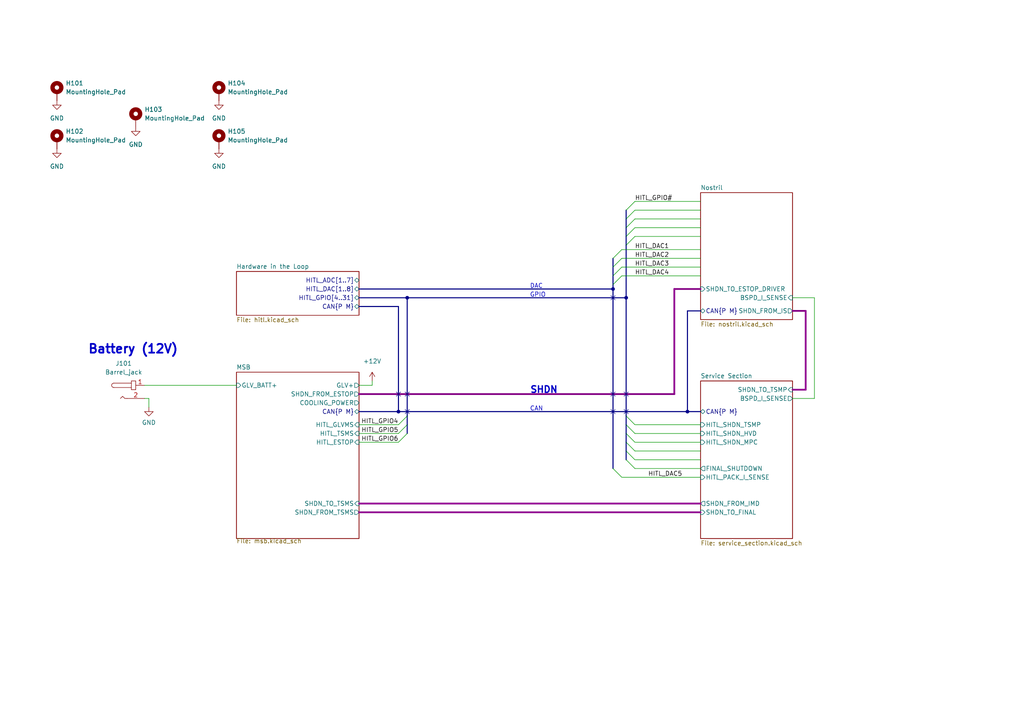
<source format=kicad_sch>
(kicad_sch (version 20211123) (generator eeschema)
  (paper "A4")
  (lib_symbols
    (symbol "Mechanical:MountingHole_Pad" (pin_numbers hide) (pin_names (offset 1.016) hide)
      (property "Reference" "H" (at 0 6.35 0))
      (property "Value" "MountingHole_Pad" (at 0 4.445 0))
      (symbol "MountingHole_Pad_0_1"
        (circle (center 0 1.27) (radius 1.27) (stroke (width 1.27)))
      )
      (symbol "MountingHole_Pad_1_1"
        (pin input line (at 0 -2.54 90) (length 2.54) (name "1") (number "1"))
      )
    )
    (symbol "formula:Barrel_jack" (pin_names (offset 0) hide)
      (property "Reference" "J" (at 0 0 0))
      (property "Value" "Barrel_jack" (at 0 0 0))
      (symbol "Barrel_jack_0_1"
        (arc (start -3.81 -4.445) (mid -4.445 -5.08) (end -3.81 -5.715))
        (polyline (pts (xy 1.27 -5.715) (xy -3.81 -5.715)))
        (polyline (pts (xy 1.27 -4.445) (xy -3.81 -4.445)))
        (polyline (pts (xy 0 -8.89) (xy -0.635 -8.89) (xy -1.27 -8.255) (xy -1.905 -8.89)))
        (rectangle (start 1.27 -3.81) (end 2.54 -6.35))
      )
      (symbol "Barrel_jack_1_1"
        (pin power_out line (at 5.08 -5.08 180) (length 2.54) (name "center") (number "1"))
        (pin power_out line (at 5.08 -8.89 180) (length 5.08) (name "Shell") (number "2"))
      )
    )
    (symbol "power:+12V" (power) (pin_names (offset 0))
      (property "Value" "+12V" (at 0 3.556 0))
      (symbol "+12V_0_1"
        (polyline (pts (xy -0.762 1.27) (xy 0 2.54)))
        (polyline (pts (xy 0 0) (xy 0 2.54)))
        (polyline (pts (xy 0 2.54) (xy 0.762 1.27)))
      )
      (symbol "+12V_1_1"
        (pin power_in line (at 0 0 90) (length 0) hide (name "+12V") (number "1"))
      )
    )
    (symbol "power:GND" (power) (pin_names (offset 0))
      (property "Value" "GND" (at 0 -3.81 0))
      (symbol "GND_0_1"
        (polyline (pts (xy 0 0) (xy 0 -1.27) (xy 1.27 -1.27) (xy 0 -2.54) (xy -1.27 -1.27) (xy 0 -1.27)))
      )
      (symbol "GND_1_1"
        (pin power_in line (at 0 0 270) (length 0) hide (name "GND") (number "1"))
      )
    )
  )
  (junction (at 118.11 86.36))
  (junction (at 115.57 119.38))
  (junction (at 181.61 86.36))
  (junction (at 199.39 119.38))
  (junction (at 177.8 83.82))
  (no_connect (at 181.61 119.38))
  (no_connect (at 115.57 114.3))
  (no_connect (at 181.61 114.3))
  (no_connect (at 177.8 86.36))
  (no_connect (at 118.11 114.3))
  (no_connect (at 177.8 119.38))
  (no_connect (at 118.11 119.38))
  (no_connect (at 177.8 114.3))
  (bus_entry (at 181.61 130.81) (size 2.54 2.54))
  (bus_entry (at 181.61 71.12) (size 2.54 -2.54))
  (bus_entry (at 118.11 120.65) (size -2.54 2.54))
  (bus_entry (at 118.11 125.73) (size -2.54 2.54))
  (bus_entry (at 177.8 77.47) (size 2.54 -2.54))
  (bus_entry (at 181.61 123.19) (size 2.54 2.54))
  (bus_entry (at 184.15 63.5) (size -2.54 2.54))
  (bus_entry (at 181.61 133.35) (size 2.54 2.54))
  (bus_entry (at 177.8 80.01) (size 2.54 -2.54))
  (bus_entry (at 118.11 123.19) (size -2.54 2.54))
  (bus_entry (at 184.15 60.96) (size -2.54 2.54))
  (bus_entry (at 181.61 120.65) (size 2.54 2.54))
  (bus_entry (at 177.8 74.93) (size 2.54 -2.54))
  (bus_entry (at 177.8 135.89) (size 2.54 2.54))
  (bus_entry (at 184.15 58.42) (size -2.54 2.54))
  (bus_entry (at 181.61 68.58) (size 2.54 -2.54))
  (bus_entry (at 177.8 82.55) (size 2.54 -2.54))
  (bus_entry (at 181.61 128.27) (size 2.54 2.54))
  (bus_entry (at 181.61 125.73) (size 2.54 2.54))
  (bus (pts (xy 177.8 82.55) (xy 177.8 83.82)))
  (wire (pts (xy 236.22 115.57) (xy 229.87 115.57)))
  (wire (pts (xy 104.14 148.59) (xy 203.2 148.59)) (stroke (width 0.508) (color 132 0 132 1)))
  (bus (pts (xy 104.14 119.38) (xy 115.57 119.38)))
  (wire (pts (xy 184.15 60.96) (xy 203.2 60.96)))
  (bus (pts (xy 199.39 119.38) (xy 203.2 119.38)))
  (bus (pts (xy 177.8 83.82) (xy 177.8 135.89)))
  (bus (pts (xy 104.14 83.82) (xy 177.8 83.82)))
  (wire (pts (xy 180.34 72.39) (xy 203.2 72.39)))
  (bus (pts (xy 104.14 88.9) (xy 115.57 88.9)))
  (wire (pts (xy 41.91 111.76) (xy 68.58 111.76)))
  (wire (pts (xy 180.34 77.47) (xy 203.2 77.47)))
  (bus (pts (xy 181.61 123.19) (xy 181.61 125.73)))
  (wire (pts (xy 43.18 115.57) (xy 43.18 118.11)))
  (wire (pts (xy 104.14 125.73) (xy 115.57 125.73)))
  (wire (pts (xy 184.15 63.5) (xy 203.2 63.5)))
  (bus (pts (xy 181.61 71.12) (xy 181.61 86.36)))
  (bus (pts (xy 181.61 130.81) (xy 181.61 133.35)))
  (wire (pts (xy 233.68 90.17) (xy 233.68 113.03)) (stroke (width 0.508) (color 132 0 132 1)))
  (bus (pts (xy 199.39 90.17) (xy 203.2 90.17)))
  (wire (pts (xy 184.15 123.19) (xy 203.2 123.19)))
  (bus (pts (xy 181.61 120.65) (xy 181.61 123.19)))
  (bus (pts (xy 118.11 86.36) (xy 181.61 86.36)))
  (wire (pts (xy 184.15 128.27) (xy 203.2 128.27)))
  (wire (pts (xy 195.58 114.3) (xy 195.58 83.82)) (stroke (width 0.508) (color 132 0 132 1)))
  (wire (pts (xy 107.95 110.49) (xy 107.95 111.76)))
  (bus (pts (xy 199.39 119.38) (xy 199.39 90.17)))
  (bus (pts (xy 118.11 120.65) (xy 118.11 123.19)))
  (bus (pts (xy 181.61 128.27) (xy 181.61 130.81)))
  (wire (pts (xy 195.58 83.82) (xy 203.2 83.82)) (stroke (width 0.508) (color 132 0 132 1)))
  (bus (pts (xy 181.61 68.58) (xy 181.61 71.12)))
  (wire (pts (xy 229.87 86.36) (xy 236.22 86.36)))
  (bus (pts (xy 181.61 60.96) (xy 181.61 63.5)))
  (wire (pts (xy 104.14 123.19) (xy 115.57 123.19)))
  (wire (pts (xy 180.34 80.01) (xy 203.2 80.01)))
  (wire (pts (xy 180.34 74.93) (xy 203.2 74.93)))
  (bus (pts (xy 177.8 74.93) (xy 177.8 77.47)))
  (wire (pts (xy 184.15 135.89) (xy 203.2 135.89)))
  (wire (pts (xy 184.15 68.58) (xy 203.2 68.58)))
  (wire (pts (xy 236.22 86.36) (xy 236.22 115.57)))
  (wire (pts (xy 184.15 133.35) (xy 203.2 133.35)))
  (bus (pts (xy 181.61 66.04) (xy 181.61 68.58)))
  (wire (pts (xy 229.87 90.17) (xy 233.68 90.17)) (stroke (width 0.508) (color 132 0 132 1)))
  (wire (pts (xy 104.14 111.76) (xy 107.95 111.76)))
  (wire (pts (xy 41.91 115.57) (xy 43.18 115.57)))
  (bus (pts (xy 181.61 86.36) (xy 181.61 120.65)))
  (wire (pts (xy 184.15 125.73) (xy 203.2 125.73)))
  (wire (pts (xy 184.15 58.42) (xy 203.2 58.42)))
  (bus (pts (xy 118.11 86.36) (xy 118.11 120.65)))
  (wire (pts (xy 104.14 146.05) (xy 203.2 146.05)) (stroke (width 0.508) (color 132 0 132 1)))
  (bus (pts (xy 115.57 88.9) (xy 115.57 119.38)))
  (bus (pts (xy 118.11 123.19) (xy 118.11 125.73)))
  (wire (pts (xy 233.68 113.03) (xy 229.87 113.03)) (stroke (width 0.508) (color 132 0 132 1)))
  (bus (pts (xy 177.8 77.47) (xy 177.8 80.01)))
  (bus (pts (xy 181.61 125.73) (xy 181.61 128.27)))
  (bus (pts (xy 115.57 119.38) (xy 199.39 119.38)))
  (bus (pts (xy 177.8 80.01) (xy 177.8 82.55)))
  (wire (pts (xy 104.14 114.3) (xy 195.58 114.3)) (stroke (width 0.508) (color 132 0 132 1)))
  (bus (pts (xy 104.14 86.36) (xy 118.11 86.36)))
  (wire (pts (xy 104.14 128.27) (xy 115.57 128.27)))
  (wire (pts (xy 184.15 130.81) (xy 203.2 130.81)))
  (wire (pts (xy 180.34 138.43) (xy 203.2 138.43)))
  (bus (pts (xy 181.61 63.5) (xy 181.61 66.04)))
  (wire (pts (xy 184.15 66.04) (xy 203.2 66.04)))
  (text "SHDN" (at 153.67 114.3 0) (effects (font (size 1.905 1.905) (thickness 0.381) bold) (justify left bottom)))
  (text "GPIO" (at 153.67 86.36 0) (effects (font (size 1.27 1.27)) (justify left bottom)))
  (text "DAC" (at 153.67 83.82 0) (effects (font (size 1.27 1.27)) (justify left bottom)))
  (text "CAN" (at 153.67 119.38 0) (effects (font (size 1.27 1.27)) (justify left bottom)))
  (text "Battery (12V)" (at 25.4 102.87 0) (effects (font (size 2.54 2.54) (thickness 0.508) bold) (justify left bottom)))
  (label "HITL_DAC5" (at 187.96 138.43 0))
  (label "HITL_GPIO5" (at 115.57 125.73 180))
  (label "HITL_GPIO4" (at 115.5386 123.19 180))
  (label "HITL_GPIO#" (at 184.15 58.42 0))
  (label "HITL_DAC1" (at 184.1338 72.39 0))
  (label "HITL_DAC2" (at 184.1338 74.93 0))
  (label "HITL_GPIO6" (at 115.57 128.27 180))
  (label "HITL_DAC4" (at 184.15 80.01 0))
  (label "HITL_DAC3" (at 184.1338 77.47 0))
  (symbol (lib_id "power:+12V") (at 107.95 110.49 0) (unit 1)
    (property "Reference" "#PWR?" (effects hide))
    (property "Value" "+12V" (at 107.95 104.775 0))
  )
  (symbol (lib_id "Mechanical:MountingHole_Pad") (at 16.51 26.67 0) (unit 1)
    (property "Reference" "H101" (at 19.05 24.1299 0) (effects (justify left)))
    (property "Value" "MountingHole_Pad" (at 19.05 26.6699 0) (effects (justify left)))
  )
  (symbol (lib_id "Mechanical:MountingHole_Pad") (at 63.5 40.64 0) (unit 1)
    (property "Reference" "H105" (at 66.04 38.0999 0) (effects (justify left)))
    (property "Value" "MountingHole_Pad" (at 66.04 40.6399 0) (effects (justify left)))
  )
  (symbol (lib_id "power:GND") (at 63.5 43.18 0) (unit 1)
    (property "Reference" "#PWR?" (effects hide))
    (property "Value" "GND" (at 63.5 48.26 0))
  )
  (symbol (lib_id "power:GND") (at 63.5 29.21 0) (unit 1)
    (property "Reference" "#PWR?" (effects hide))
    (property "Value" "GND" (at 63.5 34.29 0))
  )
  (symbol (lib_id "Mechanical:MountingHole_Pad") (at 16.51 40.64 0) (unit 1)
    (property "Reference" "H102" (at 19.05 38.0999 0) (effects (justify left)))
    (property "Value" "MountingHole_Pad" (at 19.05 40.6399 0) (effects (justify left)))
  )
  (symbol (lib_id "formula:Barrel_jack") (at 36.83 106.68 0) (unit 1)
    (property "Reference" "J101" (at 35.8775 105.41 0))
    (property "Value" "Barrel_jack" (at 35.8775 107.95 0))
    (property "Footprint" "footprints:barrel_jack_PJ-037A" (effects hide))
    (property "Datasheet" "https://www.cui.com/product/resource/pj-037a.pdf" (effects hide))
    (property "MFN" "DK" (effects hide))
    (property "MPN" "CP-037A-ND" (effects hide))
    (property "PurchasingLink" "https://www.digikey.com/product-detail/en/cui-inc/PJ-037A/CP-037A-ND/1644545" (effects hide))
  )
  (symbol (lib_id "Mechanical:MountingHole_Pad") (at 63.5 26.67 0) (unit 1)
    (property "Reference" "H104" (at 66.04 24.1299 0) (effects (justify left)))
    (property "Value" "MountingHole_Pad" (at 66.04 26.6699 0) (effects (justify left)))
  )
  (symbol (lib_id "power:GND") (at 16.51 43.18 0) (unit 1)
    (property "Reference" "#PWR?" (effects hide))
    (property "Value" "GND" (at 16.51 48.26 0))
  )
  (symbol (lib_id "power:GND") (at 39.37 36.83 0) (unit 1)
    (property "Reference" "#PWR?" (effects hide))
    (property "Value" "GND" (at 39.37 41.91 0))
  )
  (symbol (lib_id "Mechanical:MountingHole_Pad") (at 39.37 34.29 0) (unit 1)
    (property "Reference" "H103" (at 41.91 31.7499 0) (effects (justify left)))
    (property "Value" "MountingHole_Pad" (at 41.91 34.2899 0) (effects (justify left)))
  )
  (symbol (lib_id "power:GND") (at 43.18 118.11 0) (unit 1)
    (property "Reference" "#PWR?" (effects hide))
    (property "Value" "GND" (at 43.18 122.555 0))
  )
  (symbol (lib_id "power:GND") (at 16.51 29.21 0) (unit 1)
    (property "Reference" "#PWR?" (effects hide))
    (property "Value" "GND" (at 16.51 34.29 0))
  )
  (sheet (at 68.58 78.74) (size 35.56 12.7) (stroke (width 0.1524))
    (property "Sheet name" "Hardware in the Loop" (at 68.58 78.0284 0) (effects (justify left bottom)))
    (property "Sheet file" "hitl.kicad_sch" (at 68.58 92.0246 0) (effects (justify left top)))
    (pin "CAN{P M}" bidirectional (at 104.14 88.9 0))
    (pin "HITL_DAC[1..8]" bidirectional (at 104.14 83.82 0))
    (pin "HITL_ADC[1..7]" bidirectional (at 104.14 81.28 0))
    (pin "HITL_GPIO[4..31]" bidirectional (at 104.14 86.36 0))
  )
  (sheet (at 203.2 55.88) (size 26.67 36.83) (stroke (width 0.1524))
    (property "Sheet name" "Nostril" (at 203.2 55.1684 0) (effects (justify left bottom)))
    (property "Sheet file" "nostril.kicad_sch" (at 203.2 93.2946 0) (effects (justify left top)))
    (pin "CAN{P M}" bidirectional (at 203.2 90.17 180))
    (pin "SHDN_FROM_IS" output (at 229.87 90.17 0))
    (pin "SHDN_TO_ESTOP_DRIVER" input (at 203.2 83.82 180))
    (pin "BSPD_I_SENSE" input (at 229.87 86.36 0))
  )
  (sheet (at 203.2 110.49) (size 26.67 45.72) (stroke (width 0.1524))
    (property "Sheet name" "Service Section" (at 203.2 109.7784 0) (effects (justify left bottom)))
    (property "Sheet file" "service_section.kicad_sch" (at 203.2 156.7946 0) (effects (justify left top)))
    (pin "CAN{P M}" bidirectional (at 203.2 119.38 180))
    (pin "SHDN_FROM_IMD" output (at 203.2 146.05 180))
    (pin "SHDN_TO_FINAL" input (at 203.2 148.59 180))
    (pin "SHDN_TO_TSMP" input (at 229.87 113.03 0))
    (pin "BSPD_I_SENSE" output (at 229.87 115.57 0))
    (pin "HITL_SHDN_HVD" input (at 203.2 125.73 180))
    (pin "HITL_SHDN_TSMP" input (at 203.2 123.19 180))
    (pin "HITL_SHDN_MPC" input (at 203.2 128.27 180))
    (pin "FINAL_SHUTDOWN" output (at 203.2 135.89 180))
    (pin "HITL_PACK_I_SENSE" input (at 203.2 138.43 180))
  )
  (sheet (at 68.58 107.95) (size 35.56 48.26) (stroke (width 0.1524))
    (property "Sheet name" "MSB" (at 68.58 107.2384 0) (effects (justify left bottom)))
    (property "Sheet file" "msb.kicad_sch" (at 68.58 156.1596 0) (effects (justify left top)))
    (pin "COOLING_POWER" output (at 104.14 116.84 0))
    (pin "GLV+" output (at 104.14 111.76 0))
    (pin "GLV_BATT+" input (at 68.58 111.76 180))
    (pin "SHDN_FROM_TSMS" output (at 104.14 148.59 0))
    (pin "SHDN_TO_TSMS" input (at 104.14 146.05 0))
    (pin "SHDN_FROM_ESTOP" output (at 104.14 114.3 0))
    (pin "CAN{P M}" bidirectional (at 104.14 119.38 0))
    (pin "HITL_GLVMS" input (at 104.14 123.19 0))
    (pin "HITL_TSMS" input (at 104.14 125.73 0))
    (pin "HITL_ESTOP" input (at 104.14 128.27 0))
  )
)
</source>
